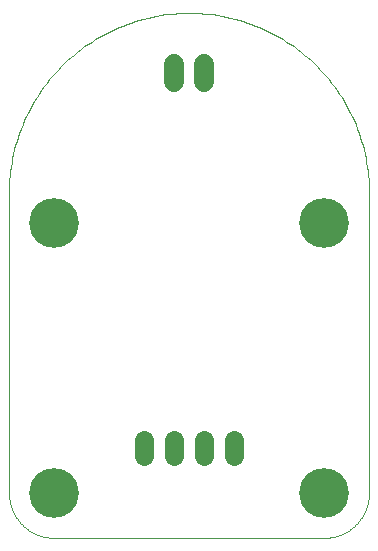
<source format=gbs>
G75*
%MOIN*%
%OFA0B0*%
%FSLAX25Y25*%
%IPPOS*%
%LPD*%
%AMOC8*
5,1,8,0,0,1.08239X$1,22.5*
%
%ADD10C,0.06800*%
%ADD11C,0.00000*%
%ADD12C,0.06343*%
%ADD13C,0.16611*%
D10*
X0056800Y0153800D02*
X0056800Y0159800D01*
X0066800Y0159800D02*
X0066800Y0153800D01*
D11*
X0001800Y0116800D02*
X0001800Y0016800D01*
X0001804Y0016438D01*
X0001818Y0016075D01*
X0001839Y0015713D01*
X0001870Y0015352D01*
X0001909Y0014992D01*
X0001957Y0014633D01*
X0002014Y0014275D01*
X0002079Y0013918D01*
X0002153Y0013563D01*
X0002236Y0013210D01*
X0002327Y0012859D01*
X0002426Y0012511D01*
X0002534Y0012165D01*
X0002650Y0011821D01*
X0002775Y0011481D01*
X0002907Y0011144D01*
X0003048Y0010810D01*
X0003197Y0010479D01*
X0003354Y0010152D01*
X0003518Y0009829D01*
X0003690Y0009510D01*
X0003870Y0009196D01*
X0004058Y0008885D01*
X0004253Y0008580D01*
X0004455Y0008279D01*
X0004665Y0007983D01*
X0004881Y0007693D01*
X0005105Y0007407D01*
X0005335Y0007127D01*
X0005572Y0006853D01*
X0005816Y0006585D01*
X0006066Y0006322D01*
X0006322Y0006066D01*
X0006585Y0005816D01*
X0006853Y0005572D01*
X0007127Y0005335D01*
X0007407Y0005105D01*
X0007693Y0004881D01*
X0007983Y0004665D01*
X0008279Y0004455D01*
X0008580Y0004253D01*
X0008885Y0004058D01*
X0009196Y0003870D01*
X0009510Y0003690D01*
X0009829Y0003518D01*
X0010152Y0003354D01*
X0010479Y0003197D01*
X0010810Y0003048D01*
X0011144Y0002907D01*
X0011481Y0002775D01*
X0011821Y0002650D01*
X0012165Y0002534D01*
X0012511Y0002426D01*
X0012859Y0002327D01*
X0013210Y0002236D01*
X0013563Y0002153D01*
X0013918Y0002079D01*
X0014275Y0002014D01*
X0014633Y0001957D01*
X0014992Y0001909D01*
X0015352Y0001870D01*
X0015713Y0001839D01*
X0016075Y0001818D01*
X0016438Y0001804D01*
X0016800Y0001800D01*
X0106800Y0001800D01*
X0107162Y0001804D01*
X0107525Y0001818D01*
X0107887Y0001839D01*
X0108248Y0001870D01*
X0108608Y0001909D01*
X0108967Y0001957D01*
X0109325Y0002014D01*
X0109682Y0002079D01*
X0110037Y0002153D01*
X0110390Y0002236D01*
X0110741Y0002327D01*
X0111089Y0002426D01*
X0111435Y0002534D01*
X0111779Y0002650D01*
X0112119Y0002775D01*
X0112456Y0002907D01*
X0112790Y0003048D01*
X0113121Y0003197D01*
X0113448Y0003354D01*
X0113771Y0003518D01*
X0114090Y0003690D01*
X0114404Y0003870D01*
X0114715Y0004058D01*
X0115020Y0004253D01*
X0115321Y0004455D01*
X0115617Y0004665D01*
X0115907Y0004881D01*
X0116193Y0005105D01*
X0116473Y0005335D01*
X0116747Y0005572D01*
X0117015Y0005816D01*
X0117278Y0006066D01*
X0117534Y0006322D01*
X0117784Y0006585D01*
X0118028Y0006853D01*
X0118265Y0007127D01*
X0118495Y0007407D01*
X0118719Y0007693D01*
X0118935Y0007983D01*
X0119145Y0008279D01*
X0119347Y0008580D01*
X0119542Y0008885D01*
X0119730Y0009196D01*
X0119910Y0009510D01*
X0120082Y0009829D01*
X0120246Y0010152D01*
X0120403Y0010479D01*
X0120552Y0010810D01*
X0120693Y0011144D01*
X0120825Y0011481D01*
X0120950Y0011821D01*
X0121066Y0012165D01*
X0121174Y0012511D01*
X0121273Y0012859D01*
X0121364Y0013210D01*
X0121447Y0013563D01*
X0121521Y0013918D01*
X0121586Y0014275D01*
X0121643Y0014633D01*
X0121691Y0014992D01*
X0121730Y0015352D01*
X0121761Y0015713D01*
X0121782Y0016075D01*
X0121796Y0016438D01*
X0121800Y0016800D01*
X0121800Y0116800D01*
X0121782Y0118261D01*
X0121729Y0119721D01*
X0121640Y0121180D01*
X0121516Y0122636D01*
X0121356Y0124088D01*
X0121161Y0125536D01*
X0120930Y0126979D01*
X0120665Y0128416D01*
X0120365Y0129846D01*
X0120030Y0131268D01*
X0119660Y0132682D01*
X0119256Y0134086D01*
X0118818Y0135480D01*
X0118346Y0136863D01*
X0117841Y0138234D01*
X0117302Y0139592D01*
X0116731Y0140937D01*
X0116127Y0142267D01*
X0115491Y0143583D01*
X0114823Y0144882D01*
X0114123Y0146165D01*
X0113392Y0147430D01*
X0112631Y0148678D01*
X0111840Y0149906D01*
X0111019Y0151115D01*
X0110169Y0152303D01*
X0109290Y0153470D01*
X0108383Y0154616D01*
X0107448Y0155739D01*
X0106486Y0156839D01*
X0105498Y0157915D01*
X0104484Y0158967D01*
X0103444Y0159994D01*
X0102380Y0160995D01*
X0101292Y0161971D01*
X0100180Y0162919D01*
X0099046Y0163840D01*
X0097889Y0164733D01*
X0096712Y0165597D01*
X0095513Y0166433D01*
X0094294Y0167239D01*
X0093056Y0168016D01*
X0091800Y0168762D01*
X0090526Y0169477D01*
X0089235Y0170161D01*
X0087927Y0170813D01*
X0086604Y0171433D01*
X0085266Y0172021D01*
X0083915Y0172576D01*
X0082550Y0173098D01*
X0081173Y0173586D01*
X0079784Y0174041D01*
X0078385Y0174462D01*
X0076976Y0174849D01*
X0075558Y0175201D01*
X0074132Y0175519D01*
X0072698Y0175802D01*
X0071258Y0176050D01*
X0069813Y0176263D01*
X0068362Y0176440D01*
X0066908Y0176582D01*
X0065451Y0176689D01*
X0063991Y0176760D01*
X0062531Y0176796D01*
X0061069Y0176796D01*
X0059609Y0176760D01*
X0058149Y0176689D01*
X0056692Y0176582D01*
X0055238Y0176440D01*
X0053787Y0176263D01*
X0052342Y0176050D01*
X0050902Y0175802D01*
X0049468Y0175519D01*
X0048042Y0175201D01*
X0046624Y0174849D01*
X0045215Y0174462D01*
X0043816Y0174041D01*
X0042427Y0173586D01*
X0041050Y0173098D01*
X0039685Y0172576D01*
X0038334Y0172021D01*
X0036996Y0171433D01*
X0035673Y0170813D01*
X0034365Y0170161D01*
X0033074Y0169477D01*
X0031800Y0168762D01*
X0030544Y0168016D01*
X0029306Y0167239D01*
X0028087Y0166433D01*
X0026888Y0165597D01*
X0025711Y0164733D01*
X0024554Y0163840D01*
X0023420Y0162919D01*
X0022308Y0161971D01*
X0021220Y0160995D01*
X0020156Y0159994D01*
X0019116Y0158967D01*
X0018102Y0157915D01*
X0017114Y0156839D01*
X0016152Y0155739D01*
X0015217Y0154616D01*
X0014310Y0153470D01*
X0013431Y0152303D01*
X0012581Y0151115D01*
X0011760Y0149906D01*
X0010969Y0148678D01*
X0010208Y0147430D01*
X0009477Y0146165D01*
X0008777Y0144882D01*
X0008109Y0143583D01*
X0007473Y0142267D01*
X0006869Y0140937D01*
X0006298Y0139592D01*
X0005759Y0138234D01*
X0005254Y0136863D01*
X0004782Y0135480D01*
X0004344Y0134086D01*
X0003940Y0132682D01*
X0003570Y0131268D01*
X0003235Y0129846D01*
X0002935Y0128416D01*
X0002670Y0126979D01*
X0002439Y0125536D01*
X0002244Y0124088D01*
X0002084Y0122636D01*
X0001960Y0121180D01*
X0001871Y0119721D01*
X0001818Y0118261D01*
X0001800Y0116800D01*
D12*
X0046800Y0034572D02*
X0046800Y0029028D01*
X0056800Y0029028D02*
X0056800Y0034572D01*
X0066800Y0034572D02*
X0066800Y0029028D01*
X0076800Y0029028D02*
X0076800Y0034572D01*
D13*
X0106800Y0016800D03*
X0106800Y0106800D03*
X0016800Y0106800D03*
X0016800Y0016800D03*
M02*

</source>
